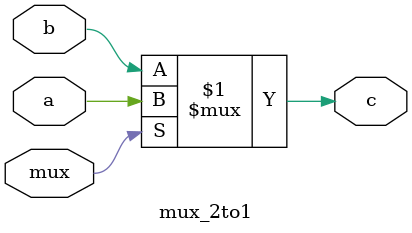
<source format=v>
module mux_2to1(a, b, mux, c);
 
 parameter N=1; //²ÎÊý±íÊ¾ÊäÈë¡¢Êä³öÊý¾ÝµÄÎ»Êý
 input [N-1:0] a;
 input [N-1:0] b;
 input mux;
 output [N-1:0] c;
 
 assign c=mux?a:b;
 
endmodule
</source>
